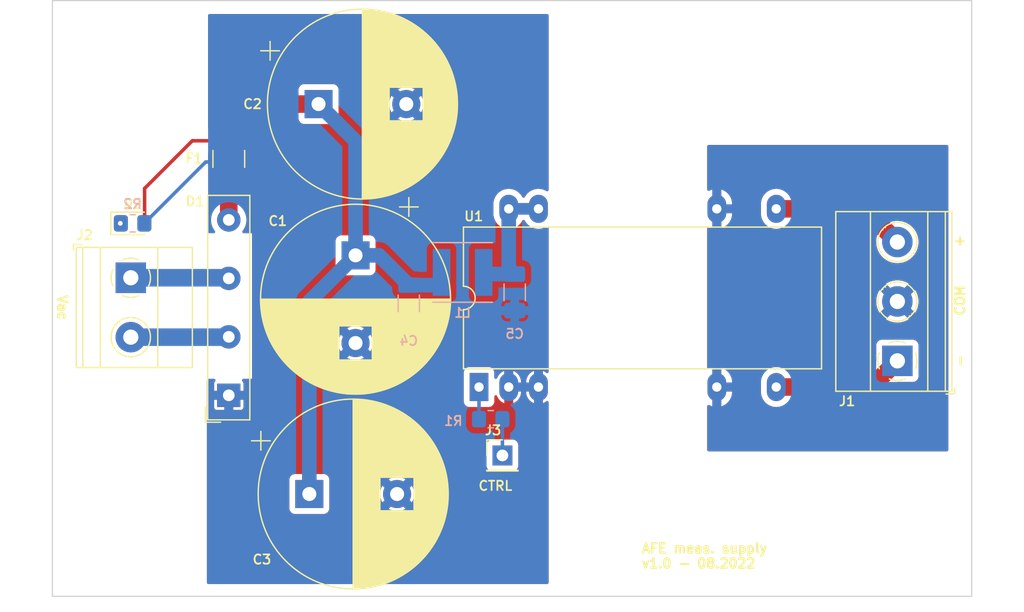
<source format=kicad_pcb>
(kicad_pcb (version 20211014) (generator pcbnew)
  (layers (0 "F.Cu" signal) (31 "B.Cu" signal) (34 "B.Paste" user) (35 "F.Paste" user) (36 "B.SilkS" user "B.Silkscreen") (37 "F.SilkS" user "F.Silkscreen") (38 "B.Mask" user) (39 "F.Mask" user) (44 "Edge.Cuts" user))
  (net 0 "")
  (net 1 "/V_DC_+")
  (net 2 "/V_DC_-")
  (net 3 "/V_DC_FILT_+")
  (net 4 "/V_AC_+")
  (net 5 "/V_AC_-")
  (net 6 "Net-(D2-Pad1)")
  (net 7 "/Vout+")
  (net 8 "/GND")
  (net 9 "/Vout-")
  (net 10 "Net-(J3-Pad1)")
  (net 11 "Net-(R1-Pad1)")
  (net 12 "Net-(D1-Pad4)")
  (footprint "Capacitor_THT:CP_Radial_D16.0mm_P7.50mm" (layer "F.Cu") (at 94.537246 21.2)
    (fp_text reference "C2" (at -5.637246 0) (layer "F.SilkS") (effects (font (size 0.8 0.8))))
    (fp_text value "TBD")
    (pad "1" thru_hole rect (at 0 0) (size 2.4 2.4) (drill 1.2) (layers *.Cu *.Mask) (net 1 "/V_DC_+"))
    (pad "2" thru_hole circle (at 7.5 0) (size 2.4 2.4) (drill 1.2) (layers *.Cu *.Mask) (net 2 "/V_DC_-"))
  )
  (footprint "TerminalBlock_Phoenix:TerminalBlock_Phoenix_MKDS-1,5-2-5.08_1x02_P5.08mm_Horizontal" (layer "F.Cu") (at 78.495 36.055 -90)
    (fp_text reference "J2" (at -3.655 3.945 180) (layer "F.SilkS") (effects (font (size 0.8 0.8))))
    (fp_text value "Screw_Terminal_01x02")
    (pad "1" thru_hole rect (at 0 0 270) (size 2.6 2.6) (drill 1.3) (layers *.Cu *.Mask) (net 5 "/V_AC_-"))
    (pad "2" thru_hole circle (at 5.08 0 270) (size 2.6 2.6) (drill 1.3) (layers *.Cu *.Mask) (net 4 "/V_AC_+"))
  )
  (footprint "TerminalBlock_Phoenix:TerminalBlock_Phoenix_MKDS-1,5-3-5.08_1x03_P5.08mm_Horizontal" (layer "F.Cu") (at 144 43.16 90)
    (fp_text reference "J1" (at -3.45 -4.3) (layer "F.SilkS") (effects (font (size 0.8 0.8))))
    (fp_text value "Screw_Terminal_01x03")
    (pad "1" thru_hole rect (at 0 0 90) (size 2.6 2.6) (drill 1.3) (layers *.Cu *.Mask) (net 9 "/Vout-"))
    (pad "2" thru_hole circle (at 5.08 0 90) (size 2.6 2.6) (drill 1.3) (layers *.Cu *.Mask) (net 8 "/GND"))
    (pad "3" thru_hole circle (at 10.16 0 90) (size 2.6 2.6) (drill 1.3) (layers *.Cu *.Mask) (net 7 "/Vout+"))
  )
  (footprint "MountingHole:MountingHole_3.2mm_M3" (layer "F.Cu") (at 76.8 17.35)
    (fp_text reference "REF**" hide)
    (fp_text value "MountingHole_3.2mm_M3")
    (pad "" np_thru_hole circle locked (at 0 0) (size 3.2 3.2) (drill 3.2) (layers F&B.Cu *.Mask))
  )
  (footprint "Resistor_SMD:R_1210_3225Metric_Pad1.30x2.65mm_HandSolder" (layer "F.Cu") (at 86.87 25.89 90)
    (fp_text reference "F1" (at 0.03 -2.98) (layer "F.SilkS") (effects (font (size 0.8 0.8))))
    (fp_text value "Polyfuse")
    (pad "1" smd roundrect (at -1.55 0 90) (size 1.3 2.65) (layers "F.Cu" "F.Paste" "F.Mask") (roundrect_rratio 0.1923076923) (net 12 "Net-(D1-Pad4)"))
    (pad "2" smd roundrect (at 1.55 0 90) (size 1.3 2.65) (layers "F.Cu" "F.Paste" "F.Mask") (roundrect_rratio 0.1923076923) (net 1 "/V_DC_+"))
  )
  (footprint "MountingHole:MountingHole_3.2mm_M3" (layer "F.Cu") (at 145.35 17.35)
    (fp_text reference "REF**" hide)
    (fp_text value "MountingHole_3.2mm_M3")
    (pad "" np_thru_hole circle (at 0 0) (size 3.2 3.2) (drill 3.2) (layers F&B.Cu *.Mask))
  )
  (footprint "MountingHole:MountingHole_3.2mm_M3" (layer "F.Cu") (at 145.35 58.3)
    (fp_text reference "REF**" hide)
    (fp_text value "MountingHole_3.2mm_M3")
    (pad "" np_thru_hole circle (at 0 0) (size 3.2 3.2) (drill 3.2) (layers F&B.Cu *.Mask))
  )
  (footprint "Connector_PinHeader_2.54mm:PinHeader_1x01_P2.54mm_Vertical" (layer "F.Cu") (at 110.25 51.25)
    (fp_text reference "J3" (at -0.8 -2.15) (layer "F.SilkS") (effects (font (size 0.8 0.8))))
    (fp_text value "Conn_01x01")
    (pad "1" thru_hole rect (at 0 0) (size 1.7 1.7) (drill 1) (layers *.Cu *.Mask) (net 10 "Net-(J3-Pad1)"))
  )
  (footprint "CL_Converter_DCDC:Generic_DIP24_Dual_Isolated_DCDC" (layer "F.Cu") (at 108.25 45.4 90)
    (fp_text reference "U1" (at 14.6 -0.45 180) (layer "F.SilkS") (effects (font (size 0.8 0.8))))
    (fp_text value "Generic_DIP24_Dual_Isolated_DCDC")
    (pad "1" thru_hole rect (at 0 0 90) (size 2.4 1.6) (drill 0.8) (layers *.Cu *.Mask) (net 11 "Net-(R1-Pad1)"))
    (pad "2" thru_hole oval (at 0 2.54 90) (size 2.4 1.6) (drill 0.8) (layers *.Cu *.Mask) (net 2 "/V_DC_-"))
    (pad "3" thru_hole oval (at 0 5.08 90) (size 2.4 1.6) (drill 0.8) (layers *.Cu *.Mask) (net 2 "/V_DC_-"))
    (pad "9" thru_hole oval (at 0 20.32 90) (size 2.4 1.6) (drill 0.8) (layers *.Cu *.Mask) (net 8 "/GND"))
    (pad "11" thru_hole oval (at 0 25.4 90) (size 2.4 1.6) (drill 0.8) (layers *.Cu *.Mask) (net 9 "/Vout-"))
    (pad "14" thru_hole oval (at 15.24 25.4 90) (size 2.4 1.6) (drill 0.8) (layers *.Cu *.Mask) (net 7 "/Vout+"))
    (pad "16" thru_hole oval (at 15.24 20.32 90) (size 2.4 1.6) (drill 0.8) (layers *.Cu *.Mask) (net 8 "/GND"))
    (pad "22" thru_hole oval (at 15.24 5.08 90) (size 2.4 1.6) (drill 0.8) (layers *.Cu *.Mask) (net 3 "/V_DC_FILT_+"))
    (pad "23" thru_hole oval (at 15.24 2.54 90) (size 2.4 1.6) (drill 0.8) (layers *.Cu *.Mask) (net 3 "/V_DC_FILT_+"))
  )
  (footprint "MountingHole:MountingHole_3.2mm_M3" (layer "F.Cu") (at 76.8 58.3)
    (fp_text reference "REF**" hide)
    (fp_text value "MountingHole_3.2mm_M3")
    (pad "" np_thru_hole circle (at 0 0) (size 3.2 3.2) (drill 3.2) (layers F&B.Cu *.Mask))
  )
  (footprint "LED_SMD:LED_0805_2012Metric_Pad1.15x1.40mm_HandSolder" (layer "F.Cu") (at 78.65 31.4)
    (fp_text reference "D2" (at 0 -1.65) (layer "F.SilkS") (effects (font (size 0.8 0.8))))
    (fp_text value "LED")
    (pad "1" smd roundrect (at -1.025 0) (size 1.15 1.4) (layers "F.Cu" "F.Paste" "F.Mask") (roundrect_rratio 0.2173913043) (net 6 "Net-(D2-Pad1)"))
    (pad "2" smd roundrect (at 1.025 0) (size 1.15 1.4) (layers "F.Cu" "F.Paste" "F.Mask") (roundrect_rratio 0.2173913043) (net 1 "/V_DC_+"))
  )
  (footprint "Capacitor_THT:CP_Radial_D16.0mm_P7.50mm" (layer "F.Cu") (at 97.7 34.137246 -90)
    (fp_text reference "C1" (at -2.937246 6.65) (layer "F.SilkS") (effects (font (size 0.8 0.8))))
    (fp_text value "TBD")
    (pad "1" thru_hole rect (at 0 0 270) (size 2.4 2.4) (drill 1.2) (layers *.Cu *.Mask) (net 1 "/V_DC_+"))
    (pad "2" thru_hole circle (at 7.5 0 270) (size 2.4 2.4) (drill 1.2) (layers *.Cu *.Mask) (net 2 "/V_DC_-"))
  )
  (footprint "Diode_THT:Diode_Bridge_19.0x3.5x10.0mm_P5.0mm" (layer "F.Cu") (at 86.8675 46.1075 90)
    (fp_text reference "D1" (at 16.5875 -2.8875 180) (layer "F.SilkS") (effects (font (size 0.8 0.8))))
    (fp_text value "D_Bridge_-AA+")
    (pad "1" thru_hole rect (at 0 0 90) (size 2 2) (drill 1) (layers *.Cu *.Mask) (net 2 "/V_DC_-"))
    (pad "2" thru_hole circle (at 5 0 90) (size 2 2) (drill 1) (layers *.Cu *.Mask) (net 4 "/V_AC_+"))
    (pad "3" thru_hole circle (at 10 0 90) (size 2 2) (drill 1) (layers *.Cu *.Mask) (net 5 "/V_AC_-"))
    (pad "4" thru_hole circle (at 15 0 90) (size 2 2) (drill 1) (layers *.Cu *.Mask) (net 12 "Net-(D1-Pad4)"))
  )
  (footprint "Capacitor_THT:CP_Radial_D16.0mm_P7.50mm" (layer "F.Cu") (at 93.75 54.55)
    (fp_text reference "C3" (at -4.05 5.6) (layer "F.SilkS") (effects (font (size 0.8 0.8))))
    (fp_text value "TBD")
    (pad "1" thru_hole rect (at 0 0) (size 2.4 2.4) (drill 1.2) (layers *.Cu *.Mask) (net 1 "/V_DC_+"))
    (pad "2" thru_hole circle (at 7.5 0) (size 2.4 2.4) (drill 1.2) (layers *.Cu *.Mask) (net 2 "/V_DC_-"))
  )
  (footprint "Capacitor_SMD:C_1206_3216Metric_Pad1.33x1.80mm_HandSolder" (layer "B.Cu") (at 102.25 38.25 -90)
    (fp_text reference "C4" (at 3.2 0 180) (layer "B.SilkS") (effects (font (size 0.8 0.8)) (justify mirror)))
    (fp_text value "10uF")
    (pad "1" smd roundrect (at -1.5625 0 270) (size 1.325 1.8) (layers "B.Cu" "B.Paste" "B.Mask") (roundrect_rratio 0.1886792453) (net 1 "/V_DC_+"))
    (pad "2" smd roundrect (at 1.5625 0 270) (size 1.325 1.8) (layers "B.Cu" "B.Paste" "B.Mask") (roundrect_rratio 0.1886792453) (net 2 "/V_DC_-"))
  )
  (footprint "Capacitor_SMD:C_1206_3216Metric_Pad1.33x1.80mm_HandSolder" (layer "B.Cu") (at 111.3 37.3 -90)
    (fp_text reference "C5" (at 3.55 0 180) (layer "B.SilkS") (effects (font (size 0.8 0.8)) (justify mirror)))
    (fp_text value "10uF")
    (pad "1" smd roundrect (at -1.5625 0 270) (size 1.325 1.8) (layers "B.Cu" "B.Paste" "B.Mask") (roundrect_rratio 0.1886792453) (net 3 "/V_DC_FILT_+"))
    (pad "2" smd roundrect (at 1.5625 0 270) (size 1.325 1.8) (layers "B.Cu" "B.Paste" "B.Mask") (roundrect_rratio 0.1886792453) (net 2 "/V_DC_-"))
  )
  (footprint "Resistor_SMD:R_0805_2012Metric_Pad1.20x1.40mm_HandSolder" (layer "B.Cu") (at 78.65 31.4)
    (fp_text reference "R2" (at 0 -1.65 180) (layer "B.SilkS") (effects (font (size 0.8 0.8)) (justify mirror)))
    (fp_text value "2k")
    (pad "1" smd roundrect (at -1 0) (size 1.2 1.4) (layers "B.Cu" "B.Paste" "B.Mask") (roundrect_rratio 0.2083333333) (net 6 "Net-(D2-Pad1)"))
    (pad "2" smd roundrect (at 1 0) (size 1.2 1.4) (layers "B.Cu" "B.Paste" "B.Mask") (roundrect_rratio 0.2083333333) (net 2 "/V_DC_-"))
  )
  (footprint "Inductor_SMD:L_Taiyo-Yuden_NR-50xx" (layer "B.Cu") (at 106.85 35.6)
    (fp_text reference "L1" (at 0 3.45) (layer "B.SilkS") (effects (font (size 0.8 0.8)) (justify mirror)))
    (fp_text value "50uH")
    (pad "1" smd rect (at -1.8 0) (size 1.5 4) (layers "B.Cu" "B.Paste" "B.Mask") (net 1 "/V_DC_+"))
    (pad "2" smd rect (at 1.8 0) (size 1.5 4) (layers "B.Cu" "B.Paste" "B.Mask") (net 3 "/V_DC_FILT_+"))
  )
  (footprint "Resistor_SMD:R_0805_2012Metric_Pad1.20x1.40mm_HandSolder" (layer "B.Cu") (at 109.25 48.15)
    (fp_text reference "R1" (at -3.2 0.15) (layer "B.SilkS") (effects (font (size 0.8 0.8)) (justify mirror)))
    (fp_text value "DNP")
    (pad "1" smd roundrect (at -1 0) (size 1.2 1.4) (layers "B.Cu" "B.Paste" "B.Mask") (roundrect_rratio 0.2083333333) (net 11 "Net-(R1-Pad1)"))
    (pad "2" smd roundrect (at 1 0) (size 1.2 1.4) (layers "B.Cu" "B.Paste" "B.Mask") (roundrect_rratio 0.2083333333) (net 10 "Net-(J3-Pad1)"))
  )
  (gr_line (start 149.6 12.35) (end 150.35 12.35) (layer "Edge.Cuts") (width 0.1))
  (gr_line (start 150.35 63.3) (end 150.35 12.35) (layer "Edge.Cuts") (width 0.1))
  (gr_line (start 71.8 12.35) (end 149.6 12.35) (layer "Edge.Cuts") (width 0.1))
  (gr_line (start 71.8 63.3) (end 71.8 12.35) (layer "Edge.Cuts") (width 0.1))
  (gr_line (start 71.8 63.3) (end 150.35 63.3) (layer "Edge.Cuts") (width 0.1))
  (gr_text "CTRL" (at 109.65 53.85) (layer "F.SilkS") (effects (font (size 0.8 0.8))))
  (gr_text "COM" (at 149.35 38 90) (layer "F.SilkS") (effects (font (size 0.8 0.8) (thickness 0.2))))
  (gr_text "-" (at 149.35 43.15 90) (layer "F.SilkS") (effects (font (size 0.8 0.8) (thickness 0.2))))
  (gr_text "Vac" (at 72.65 38.6 270) (layer "F.SilkS") (effects (font (size 0.8 0.8) (thickness 0.2))))
  (gr_text "AFE meas. supply\nv1.0 - 08.2022" (at 122.047 59.8424) (layer "F.SilkS") (effects (font (size 0.8 0.8) (thickness 0.2)) (justify left)))
  (gr_text "+" (at 149.35 32.85) (layer "F.SilkS") (effects (font (size 0.8 0.8) (thickness 0.2))))
  (segment (start 79.675 31.4) (end 79.675 28.415) (width 0.3) (layer "F.Cu") (net 1))
  (segment (start 79.675 28.415) (end 83.75 24.34) (width 0.3) (layer "F.Cu") (net 1))
  (segment (start 83.75 24.34) (end 86.87 24.34) (width 0.3) (layer "F.Cu") (net 1))
  (segment (start 88.51 21.2) (end 86.87 22.84) (width 1.5) (layer "F.Cu") (net 1))
  (segment (start 86.87 22.84) (end 86.87 24.34) (width 1.5) (layer "F.Cu") (net 1))
  (segment (start 94.537246 21.2) (end 88.51 21.2) (width 1.5) (layer "F.Cu") (net 1))
  (segment (start 102.25 36.6875) (end 104.9875 36.6875) (width 1.25) (layer "B.Cu") (net 1))
  (segment (start 97.7 34.137246) (end 93.75 38.087246) (width 1.25) (layer "B.Cu") (net 1))
  (segment (start 93.75 38.087246) (end 93.75 54.55) (width 1.25) (layer "B.Cu") (net 1))
  (segment (start 105.05 36.625) (end 105.05 35.6) (width 1.25) (layer "B.Cu") (net 1))
  (segment (start 97.7 34.137246) (end 97.7 24.362754) (width 1.25) (layer "B.Cu") (net 1))
  (segment (start 97.7 24.362754) (end 94.537246 21.2) (width 1.25) (layer "B.Cu") (net 1))
  (segment (start 97.7 34.137246) (end 99.699746 34.137246) (width 1.25) (layer "B.Cu") (net 1))
  (segment (start 104.9875 36.6875) (end 105.05 36.625) (width 1.25) (layer "B.Cu") (net 1))
  (segment (start 99.699746 34.137246) (end 102.25 36.6875) (width 1.25) (layer "B.Cu") (net 1))
  (segment (start 79.65 31.4) (end 84.9 26.15) (width 0.3) (layer "B.Cu") (net 2))
  (segment (start 84.9 26.15) (end 85.4 26.15) (width 0.3) (layer "B.Cu") (net 2))
  (segment (start 113.33 30.16) (end 110.79 30.16) (width 1) (layer "B.Cu") (net 3))
  (segment (start 110.79 35.2275) (end 110.79 30.16) (width 1.25) (layer "B.Cu") (net 3))
  (segment (start 108.7875 35.7375) (end 108.65 35.6) (width 1.25) (layer "B.Cu") (net 3))
  (segment (start 111.3 35.7375) (end 108.7875 35.7375) (width 1.25) (layer "B.Cu") (net 3))
  (segment (start 111.3 35.7375) (end 110.79 35.2275) (width 1.25) (layer "B.Cu") (net 3))
  (segment (start 78.495 41.135) (end 86.84 41.135) (width 1.5) (layer "B.Cu") (net 4))
  (segment (start 86.84 41.135) (end 86.8675 41.1075) (width 1.5) (layer "B.Cu") (net 4))
  (segment (start 78.495 36.055) (end 86.815 36.055) (width 1.5) (layer "B.Cu") (net 5))
  (segment (start 86.815 36.055) (end 86.8675 36.1075) (width 1.5) (layer "B.Cu") (net 5))
  (via (at 77.6 31.4) (size 0.8) (drill 0.4) (layers "F.Cu" "B.Cu") (net 6))
  (segment (start 141.16 30.16) (end 144 33) (width 1.5) (layer "F.Cu") (net 7))
  (segment (start 133.65 30.16) (end 141.16 30.16) (width 1.5) (layer "F.Cu") (net 7))
  (segment (start 133.65 45.4) (end 141.76 45.4) (width 1.5) (layer "F.Cu") (net 9))
  (segment (start 141.76 45.4) (end 144 43.16) (width 1.5) (layer "F.Cu") (net 9))
  (segment (start 110.25 48.15) (end 110.25 51.25) (width 0.3) (layer "B.Cu") (net 10))
  (segment (start 108.25 48.15) (end 108.25 45.4) (width 0.3) (layer "B.Cu") (net 11))
  (segment (start 86.8675 31.1075) (end 86.8675 27.4425) (width 1.5) (layer "F.Cu") (net 12))
  (segment (start 86.8675 27.4425) (end 86.87 27.44) (width 1.5) (layer "F.Cu") (net 12))
  (zone (net 8) (net_name "/GND") (layers F&B.Cu) (connect_pads (clearance 0.508)) (min_thickness 0.254) (fill yes (thermal_gap 0.508) (thermal_bridge_width 0.762))
    (polygon (pts (xy 148.35 50.9) (xy 127.75 50.9) (xy 127.75 24.7) (xy 148.35 24.7)))
  )
  (zone (net 2) (net_name "/V_DC_-") (layers F&B.Cu) (connect_pads (clearance 0.508)) (min_thickness 0.254) (fill yes (thermal_gap 0.254) (thermal_bridge_width 0.762))
    (polygon (pts (xy 114.2 62.25) (xy 85 62.25) (xy 85 44.7) (xy 88.85 44.7) (xy 88.85 32.25) (xy 85.1 32.25) (xy 85.1 13.5) (xy 114.2 13.5)))
  )
)
</source>
